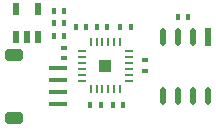
<source format=gtp>
G04*
G04 #@! TF.GenerationSoftware,Altium Limited,Altium Designer,18.1.9 (240)*
G04*
G04 Layer_Color=8421504*
%FSLAX25Y25*%
%MOIN*%
G70*
G01*
G75*
%ADD17R,0.01968X0.05906*%
%ADD18O,0.01968X0.05906*%
%ADD19R,0.01968X0.03937*%
G04:AMPARAMS|DCode=20|XSize=39.37mil|YSize=59.06mil|CornerRadius=9.84mil|HoleSize=0mil|Usage=FLASHONLY|Rotation=90.000|XOffset=0mil|YOffset=0mil|HoleType=Round|Shape=RoundedRectangle|*
%AMROUNDEDRECTD20*
21,1,0.03937,0.03937,0,0,90.0*
21,1,0.01968,0.05906,0,0,90.0*
1,1,0.01968,0.01968,0.00984*
1,1,0.01968,0.01968,-0.00984*
1,1,0.01968,-0.01968,-0.00984*
1,1,0.01968,-0.01968,0.00984*
%
%ADD20ROUNDEDRECTD20*%
G04:AMPARAMS|DCode=21|XSize=15.75mil|YSize=59.06mil|CornerRadius=3.94mil|HoleSize=0mil|Usage=FLASHONLY|Rotation=270.000|XOffset=0mil|YOffset=0mil|HoleType=Round|Shape=RoundedRectangle|*
%AMROUNDEDRECTD21*
21,1,0.01575,0.05118,0,0,270.0*
21,1,0.00787,0.05906,0,0,270.0*
1,1,0.00787,-0.02559,-0.00394*
1,1,0.00787,-0.02559,0.00394*
1,1,0.00787,0.02559,0.00394*
1,1,0.00787,0.02559,-0.00394*
%
%ADD21ROUNDEDRECTD21*%
%ADD22R,0.01575X0.01968*%
%ADD23O,0.00984X0.03150*%
%ADD24O,0.03150X0.00984*%
%ADD25R,0.03150X0.00984*%
%ADD26R,0.03937X0.03937*%
%ADD27R,0.01968X0.01575*%
D17*
X387100Y292642D02*
D03*
D18*
X382100D02*
D03*
X377100D02*
D03*
X372100D02*
D03*
X387100Y272957D02*
D03*
X382100D02*
D03*
X377100D02*
D03*
X372100D02*
D03*
D19*
X330440Y302249D02*
D03*
X322960D02*
D03*
X326700Y292800D02*
D03*
X322960D02*
D03*
X330440D02*
D03*
D20*
X322600Y265932D02*
D03*
Y286869D02*
D03*
D21*
X337100Y270495D02*
D03*
Y274431D02*
D03*
Y278368D02*
D03*
Y282306D02*
D03*
D22*
X377029Y299375D02*
D03*
X380572Y299375D02*
D03*
X335629Y293000D02*
D03*
X339172Y293000D02*
D03*
X335629Y297300D02*
D03*
X339172Y297300D02*
D03*
X335629Y301600D02*
D03*
X339172Y301600D02*
D03*
X353547Y296200D02*
D03*
X350200D02*
D03*
X343229Y296200D02*
D03*
X346575D02*
D03*
X357829D02*
D03*
X361372Y296200D02*
D03*
X351471Y270100D02*
D03*
X347928Y270100D02*
D03*
X355329Y270100D02*
D03*
X358872Y270100D02*
D03*
D23*
X357821Y291074D02*
D03*
X355853D02*
D03*
X353884D02*
D03*
X351916D02*
D03*
X349947D02*
D03*
X347979D02*
D03*
Y275326D02*
D03*
X349947D02*
D03*
X351916D02*
D03*
X353884D02*
D03*
X355853D02*
D03*
X357821D02*
D03*
D24*
X360774Y278279D02*
D03*
Y280247D02*
D03*
Y282216D02*
D03*
Y284184D02*
D03*
Y286153D02*
D03*
Y288121D02*
D03*
X345026Y286153D02*
D03*
Y284184D02*
D03*
Y282216D02*
D03*
Y280247D02*
D03*
Y278279D02*
D03*
D25*
Y288121D02*
D03*
D26*
X352900Y283200D02*
D03*
D27*
X339172Y285653D02*
D03*
Y289000D02*
D03*
X366000Y281500D02*
D03*
X366000Y285043D02*
D03*
M02*

</source>
